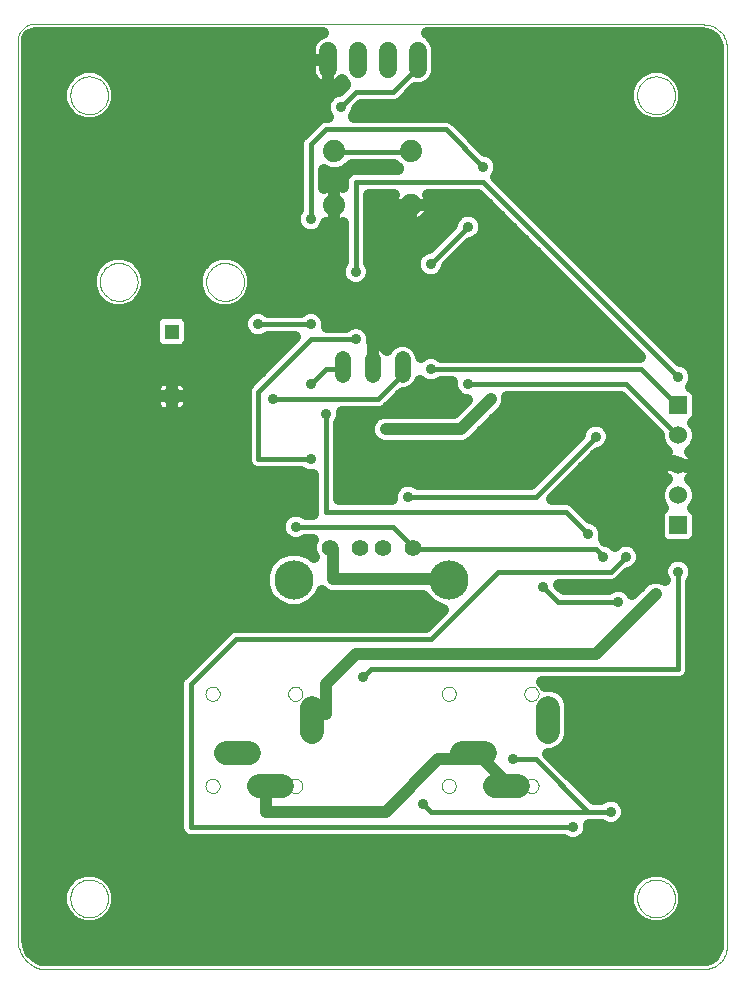
<source format=gbl>
G75*
G70*
%OFA0B0*%
%FSLAX24Y24*%
%IPPOS*%
%LPD*%
%AMOC8*
5,1,8,0,0,1.08239X$1,22.5*
%
%ADD10C,0.0000*%
%ADD11C,0.0787*%
%ADD12C,0.1306*%
%ADD13C,0.0554*%
%ADD14C,0.0520*%
%ADD15R,0.0600X0.0600*%
%ADD16C,0.0600*%
%ADD17R,0.0515X0.0515*%
%ADD18C,0.0740*%
%ADD19C,0.0600*%
%ADD20C,0.0150*%
%ADD21C,0.0360*%
%ADD22C,0.0400*%
D10*
X015719Y008027D02*
X015719Y037948D01*
X015736Y037993D01*
X015757Y038038D01*
X015781Y038080D01*
X015809Y038120D01*
X015839Y038159D01*
X015873Y038194D01*
X015909Y038227D01*
X015947Y038257D01*
X015988Y038284D01*
X016031Y038307D01*
X016075Y038327D01*
X016121Y038344D01*
X016168Y038357D01*
X016216Y038366D01*
X016265Y038371D01*
X016314Y038373D01*
X016363Y038371D01*
X016411Y038365D01*
X016459Y038355D01*
X016506Y038341D01*
X016506Y038342D02*
X038553Y038342D01*
X038553Y038341D02*
X038607Y038339D01*
X038660Y038334D01*
X038713Y038325D01*
X038765Y038312D01*
X038817Y038296D01*
X038867Y038276D01*
X038915Y038253D01*
X038962Y038226D01*
X039007Y038197D01*
X039050Y038164D01*
X039090Y038129D01*
X039128Y038091D01*
X039163Y038051D01*
X039196Y038008D01*
X039225Y037963D01*
X039252Y037916D01*
X039275Y037868D01*
X039295Y037818D01*
X039311Y037766D01*
X039324Y037714D01*
X039333Y037661D01*
X039338Y037608D01*
X039340Y037554D01*
X039341Y037554D02*
X039341Y007633D01*
X039340Y007633D02*
X039338Y007579D01*
X039333Y007526D01*
X039324Y007473D01*
X039311Y007421D01*
X039295Y007369D01*
X039275Y007319D01*
X039252Y007271D01*
X039225Y007224D01*
X039196Y007179D01*
X039163Y007136D01*
X039128Y007096D01*
X039090Y007058D01*
X039050Y007023D01*
X039007Y006990D01*
X038962Y006961D01*
X038915Y006934D01*
X038867Y006911D01*
X038817Y006891D01*
X038765Y006875D01*
X038713Y006862D01*
X038660Y006853D01*
X038607Y006848D01*
X038553Y006846D01*
X016506Y006846D01*
X016506Y006845D02*
X016447Y006859D01*
X016389Y006876D01*
X016332Y006897D01*
X016276Y006921D01*
X016222Y006949D01*
X016170Y006979D01*
X016119Y007013D01*
X016071Y007050D01*
X016025Y007089D01*
X015982Y007132D01*
X015941Y007176D01*
X015903Y007224D01*
X015868Y007273D01*
X015836Y007325D01*
X015807Y007378D01*
X015781Y007433D01*
X015759Y007489D01*
X015740Y007547D01*
X015724Y007606D01*
X015713Y007665D01*
X015704Y007725D01*
X015700Y007786D01*
X015699Y007846D01*
X015702Y007907D01*
X015708Y007967D01*
X015718Y008027D01*
X017451Y009208D02*
X017453Y009258D01*
X017459Y009308D01*
X017469Y009357D01*
X017483Y009405D01*
X017500Y009452D01*
X017521Y009497D01*
X017546Y009541D01*
X017574Y009582D01*
X017606Y009621D01*
X017640Y009658D01*
X017677Y009692D01*
X017717Y009722D01*
X017759Y009749D01*
X017803Y009773D01*
X017849Y009794D01*
X017896Y009810D01*
X017944Y009823D01*
X017994Y009832D01*
X018043Y009837D01*
X018094Y009838D01*
X018144Y009835D01*
X018193Y009828D01*
X018242Y009817D01*
X018290Y009802D01*
X018336Y009784D01*
X018381Y009762D01*
X018424Y009736D01*
X018465Y009707D01*
X018504Y009675D01*
X018540Y009640D01*
X018572Y009602D01*
X018602Y009562D01*
X018629Y009519D01*
X018652Y009475D01*
X018671Y009429D01*
X018687Y009381D01*
X018699Y009332D01*
X018707Y009283D01*
X018711Y009233D01*
X018711Y009183D01*
X018707Y009133D01*
X018699Y009084D01*
X018687Y009035D01*
X018671Y008987D01*
X018652Y008941D01*
X018629Y008897D01*
X018602Y008854D01*
X018572Y008814D01*
X018540Y008776D01*
X018504Y008741D01*
X018465Y008709D01*
X018424Y008680D01*
X018381Y008654D01*
X018336Y008632D01*
X018290Y008614D01*
X018242Y008599D01*
X018193Y008588D01*
X018144Y008581D01*
X018094Y008578D01*
X018043Y008579D01*
X017994Y008584D01*
X017944Y008593D01*
X017896Y008606D01*
X017849Y008622D01*
X017803Y008643D01*
X017759Y008667D01*
X017717Y008694D01*
X017677Y008724D01*
X017640Y008758D01*
X017606Y008795D01*
X017574Y008834D01*
X017546Y008875D01*
X017521Y008919D01*
X017500Y008964D01*
X017483Y009011D01*
X017469Y009059D01*
X017459Y009108D01*
X017453Y009158D01*
X017451Y009208D01*
X021957Y012960D02*
X021959Y012990D01*
X021965Y013020D01*
X021974Y013049D01*
X021987Y013076D01*
X022004Y013101D01*
X022023Y013124D01*
X022046Y013145D01*
X022071Y013162D01*
X022097Y013176D01*
X022126Y013186D01*
X022155Y013193D01*
X022185Y013196D01*
X022216Y013195D01*
X022246Y013190D01*
X022275Y013181D01*
X022302Y013169D01*
X022328Y013154D01*
X022352Y013135D01*
X022373Y013113D01*
X022391Y013089D01*
X022406Y013062D01*
X022417Y013034D01*
X022425Y013005D01*
X022429Y012975D01*
X022429Y012945D01*
X022425Y012915D01*
X022417Y012886D01*
X022406Y012858D01*
X022391Y012831D01*
X022373Y012807D01*
X022352Y012785D01*
X022328Y012766D01*
X022302Y012751D01*
X022275Y012739D01*
X022246Y012730D01*
X022216Y012725D01*
X022185Y012724D01*
X022155Y012727D01*
X022126Y012734D01*
X022097Y012744D01*
X022071Y012758D01*
X022046Y012775D01*
X022023Y012796D01*
X022004Y012819D01*
X021987Y012844D01*
X021974Y012871D01*
X021965Y012900D01*
X021959Y012930D01*
X021957Y012960D01*
X024713Y012960D02*
X024715Y012990D01*
X024721Y013020D01*
X024730Y013049D01*
X024743Y013076D01*
X024760Y013101D01*
X024779Y013124D01*
X024802Y013145D01*
X024827Y013162D01*
X024853Y013176D01*
X024882Y013186D01*
X024911Y013193D01*
X024941Y013196D01*
X024972Y013195D01*
X025002Y013190D01*
X025031Y013181D01*
X025058Y013169D01*
X025084Y013154D01*
X025108Y013135D01*
X025129Y013113D01*
X025147Y013089D01*
X025162Y013062D01*
X025173Y013034D01*
X025181Y013005D01*
X025185Y012975D01*
X025185Y012945D01*
X025181Y012915D01*
X025173Y012886D01*
X025162Y012858D01*
X025147Y012831D01*
X025129Y012807D01*
X025108Y012785D01*
X025084Y012766D01*
X025058Y012751D01*
X025031Y012739D01*
X025002Y012730D01*
X024972Y012725D01*
X024941Y012724D01*
X024911Y012727D01*
X024882Y012734D01*
X024853Y012744D01*
X024827Y012758D01*
X024802Y012775D01*
X024779Y012796D01*
X024760Y012819D01*
X024743Y012844D01*
X024730Y012871D01*
X024721Y012900D01*
X024715Y012930D01*
X024713Y012960D01*
X024713Y016031D02*
X024715Y016061D01*
X024721Y016091D01*
X024730Y016120D01*
X024743Y016147D01*
X024760Y016172D01*
X024779Y016195D01*
X024802Y016216D01*
X024827Y016233D01*
X024853Y016247D01*
X024882Y016257D01*
X024911Y016264D01*
X024941Y016267D01*
X024972Y016266D01*
X025002Y016261D01*
X025031Y016252D01*
X025058Y016240D01*
X025084Y016225D01*
X025108Y016206D01*
X025129Y016184D01*
X025147Y016160D01*
X025162Y016133D01*
X025173Y016105D01*
X025181Y016076D01*
X025185Y016046D01*
X025185Y016016D01*
X025181Y015986D01*
X025173Y015957D01*
X025162Y015929D01*
X025147Y015902D01*
X025129Y015878D01*
X025108Y015856D01*
X025084Y015837D01*
X025058Y015822D01*
X025031Y015810D01*
X025002Y015801D01*
X024972Y015796D01*
X024941Y015795D01*
X024911Y015798D01*
X024882Y015805D01*
X024853Y015815D01*
X024827Y015829D01*
X024802Y015846D01*
X024779Y015867D01*
X024760Y015890D01*
X024743Y015915D01*
X024730Y015942D01*
X024721Y015971D01*
X024715Y016001D01*
X024713Y016031D01*
X021957Y016031D02*
X021959Y016061D01*
X021965Y016091D01*
X021974Y016120D01*
X021987Y016147D01*
X022004Y016172D01*
X022023Y016195D01*
X022046Y016216D01*
X022071Y016233D01*
X022097Y016247D01*
X022126Y016257D01*
X022155Y016264D01*
X022185Y016267D01*
X022216Y016266D01*
X022246Y016261D01*
X022275Y016252D01*
X022302Y016240D01*
X022328Y016225D01*
X022352Y016206D01*
X022373Y016184D01*
X022391Y016160D01*
X022406Y016133D01*
X022417Y016105D01*
X022425Y016076D01*
X022429Y016046D01*
X022429Y016016D01*
X022425Y015986D01*
X022417Y015957D01*
X022406Y015929D01*
X022391Y015902D01*
X022373Y015878D01*
X022352Y015856D01*
X022328Y015837D01*
X022302Y015822D01*
X022275Y015810D01*
X022246Y015801D01*
X022216Y015796D01*
X022185Y015795D01*
X022155Y015798D01*
X022126Y015805D01*
X022097Y015815D01*
X022071Y015829D01*
X022046Y015846D01*
X022023Y015867D01*
X022004Y015890D01*
X021987Y015915D01*
X021974Y015942D01*
X021965Y015971D01*
X021959Y016001D01*
X021957Y016031D01*
X029831Y016031D02*
X029833Y016061D01*
X029839Y016091D01*
X029848Y016120D01*
X029861Y016147D01*
X029878Y016172D01*
X029897Y016195D01*
X029920Y016216D01*
X029945Y016233D01*
X029971Y016247D01*
X030000Y016257D01*
X030029Y016264D01*
X030059Y016267D01*
X030090Y016266D01*
X030120Y016261D01*
X030149Y016252D01*
X030176Y016240D01*
X030202Y016225D01*
X030226Y016206D01*
X030247Y016184D01*
X030265Y016160D01*
X030280Y016133D01*
X030291Y016105D01*
X030299Y016076D01*
X030303Y016046D01*
X030303Y016016D01*
X030299Y015986D01*
X030291Y015957D01*
X030280Y015929D01*
X030265Y015902D01*
X030247Y015878D01*
X030226Y015856D01*
X030202Y015837D01*
X030176Y015822D01*
X030149Y015810D01*
X030120Y015801D01*
X030090Y015796D01*
X030059Y015795D01*
X030029Y015798D01*
X030000Y015805D01*
X029971Y015815D01*
X029945Y015829D01*
X029920Y015846D01*
X029897Y015867D01*
X029878Y015890D01*
X029861Y015915D01*
X029848Y015942D01*
X029839Y015971D01*
X029833Y016001D01*
X029831Y016031D01*
X032587Y016031D02*
X032589Y016061D01*
X032595Y016091D01*
X032604Y016120D01*
X032617Y016147D01*
X032634Y016172D01*
X032653Y016195D01*
X032676Y016216D01*
X032701Y016233D01*
X032727Y016247D01*
X032756Y016257D01*
X032785Y016264D01*
X032815Y016267D01*
X032846Y016266D01*
X032876Y016261D01*
X032905Y016252D01*
X032932Y016240D01*
X032958Y016225D01*
X032982Y016206D01*
X033003Y016184D01*
X033021Y016160D01*
X033036Y016133D01*
X033047Y016105D01*
X033055Y016076D01*
X033059Y016046D01*
X033059Y016016D01*
X033055Y015986D01*
X033047Y015957D01*
X033036Y015929D01*
X033021Y015902D01*
X033003Y015878D01*
X032982Y015856D01*
X032958Y015837D01*
X032932Y015822D01*
X032905Y015810D01*
X032876Y015801D01*
X032846Y015796D01*
X032815Y015795D01*
X032785Y015798D01*
X032756Y015805D01*
X032727Y015815D01*
X032701Y015829D01*
X032676Y015846D01*
X032653Y015867D01*
X032634Y015890D01*
X032617Y015915D01*
X032604Y015942D01*
X032595Y015971D01*
X032589Y016001D01*
X032587Y016031D01*
X032587Y012960D02*
X032589Y012990D01*
X032595Y013020D01*
X032604Y013049D01*
X032617Y013076D01*
X032634Y013101D01*
X032653Y013124D01*
X032676Y013145D01*
X032701Y013162D01*
X032727Y013176D01*
X032756Y013186D01*
X032785Y013193D01*
X032815Y013196D01*
X032846Y013195D01*
X032876Y013190D01*
X032905Y013181D01*
X032932Y013169D01*
X032958Y013154D01*
X032982Y013135D01*
X033003Y013113D01*
X033021Y013089D01*
X033036Y013062D01*
X033047Y013034D01*
X033055Y013005D01*
X033059Y012975D01*
X033059Y012945D01*
X033055Y012915D01*
X033047Y012886D01*
X033036Y012858D01*
X033021Y012831D01*
X033003Y012807D01*
X032982Y012785D01*
X032958Y012766D01*
X032932Y012751D01*
X032905Y012739D01*
X032876Y012730D01*
X032846Y012725D01*
X032815Y012724D01*
X032785Y012727D01*
X032756Y012734D01*
X032727Y012744D01*
X032701Y012758D01*
X032676Y012775D01*
X032653Y012796D01*
X032634Y012819D01*
X032617Y012844D01*
X032604Y012871D01*
X032595Y012900D01*
X032589Y012930D01*
X032587Y012960D01*
X029831Y012960D02*
X029833Y012990D01*
X029839Y013020D01*
X029848Y013049D01*
X029861Y013076D01*
X029878Y013101D01*
X029897Y013124D01*
X029920Y013145D01*
X029945Y013162D01*
X029971Y013176D01*
X030000Y013186D01*
X030029Y013193D01*
X030059Y013196D01*
X030090Y013195D01*
X030120Y013190D01*
X030149Y013181D01*
X030176Y013169D01*
X030202Y013154D01*
X030226Y013135D01*
X030247Y013113D01*
X030265Y013089D01*
X030280Y013062D01*
X030291Y013034D01*
X030299Y013005D01*
X030303Y012975D01*
X030303Y012945D01*
X030299Y012915D01*
X030291Y012886D01*
X030280Y012858D01*
X030265Y012831D01*
X030247Y012807D01*
X030226Y012785D01*
X030202Y012766D01*
X030176Y012751D01*
X030149Y012739D01*
X030120Y012730D01*
X030090Y012725D01*
X030059Y012724D01*
X030029Y012727D01*
X030000Y012734D01*
X029971Y012744D01*
X029945Y012758D01*
X029920Y012775D01*
X029897Y012796D01*
X029878Y012819D01*
X029861Y012844D01*
X029848Y012871D01*
X029839Y012900D01*
X029833Y012930D01*
X029831Y012960D01*
X036349Y009208D02*
X036351Y009258D01*
X036357Y009308D01*
X036367Y009357D01*
X036381Y009405D01*
X036398Y009452D01*
X036419Y009497D01*
X036444Y009541D01*
X036472Y009582D01*
X036504Y009621D01*
X036538Y009658D01*
X036575Y009692D01*
X036615Y009722D01*
X036657Y009749D01*
X036701Y009773D01*
X036747Y009794D01*
X036794Y009810D01*
X036842Y009823D01*
X036892Y009832D01*
X036941Y009837D01*
X036992Y009838D01*
X037042Y009835D01*
X037091Y009828D01*
X037140Y009817D01*
X037188Y009802D01*
X037234Y009784D01*
X037279Y009762D01*
X037322Y009736D01*
X037363Y009707D01*
X037402Y009675D01*
X037438Y009640D01*
X037470Y009602D01*
X037500Y009562D01*
X037527Y009519D01*
X037550Y009475D01*
X037569Y009429D01*
X037585Y009381D01*
X037597Y009332D01*
X037605Y009283D01*
X037609Y009233D01*
X037609Y009183D01*
X037605Y009133D01*
X037597Y009084D01*
X037585Y009035D01*
X037569Y008987D01*
X037550Y008941D01*
X037527Y008897D01*
X037500Y008854D01*
X037470Y008814D01*
X037438Y008776D01*
X037402Y008741D01*
X037363Y008709D01*
X037322Y008680D01*
X037279Y008654D01*
X037234Y008632D01*
X037188Y008614D01*
X037140Y008599D01*
X037091Y008588D01*
X037042Y008581D01*
X036992Y008578D01*
X036941Y008579D01*
X036892Y008584D01*
X036842Y008593D01*
X036794Y008606D01*
X036747Y008622D01*
X036701Y008643D01*
X036657Y008667D01*
X036615Y008694D01*
X036575Y008724D01*
X036538Y008758D01*
X036504Y008795D01*
X036472Y008834D01*
X036444Y008875D01*
X036419Y008919D01*
X036398Y008964D01*
X036381Y009011D01*
X036367Y009059D01*
X036357Y009108D01*
X036351Y009158D01*
X036349Y009208D01*
X021979Y029759D02*
X021981Y029809D01*
X021987Y029859D01*
X021997Y029908D01*
X022011Y029956D01*
X022028Y030003D01*
X022049Y030048D01*
X022074Y030092D01*
X022102Y030133D01*
X022134Y030172D01*
X022168Y030209D01*
X022205Y030243D01*
X022245Y030273D01*
X022287Y030300D01*
X022331Y030324D01*
X022377Y030345D01*
X022424Y030361D01*
X022472Y030374D01*
X022522Y030383D01*
X022571Y030388D01*
X022622Y030389D01*
X022672Y030386D01*
X022721Y030379D01*
X022770Y030368D01*
X022818Y030353D01*
X022864Y030335D01*
X022909Y030313D01*
X022952Y030287D01*
X022993Y030258D01*
X023032Y030226D01*
X023068Y030191D01*
X023100Y030153D01*
X023130Y030113D01*
X023157Y030070D01*
X023180Y030026D01*
X023199Y029980D01*
X023215Y029932D01*
X023227Y029883D01*
X023235Y029834D01*
X023239Y029784D01*
X023239Y029734D01*
X023235Y029684D01*
X023227Y029635D01*
X023215Y029586D01*
X023199Y029538D01*
X023180Y029492D01*
X023157Y029448D01*
X023130Y029405D01*
X023100Y029365D01*
X023068Y029327D01*
X023032Y029292D01*
X022993Y029260D01*
X022952Y029231D01*
X022909Y029205D01*
X022864Y029183D01*
X022818Y029165D01*
X022770Y029150D01*
X022721Y029139D01*
X022672Y029132D01*
X022622Y029129D01*
X022571Y029130D01*
X022522Y029135D01*
X022472Y029144D01*
X022424Y029157D01*
X022377Y029173D01*
X022331Y029194D01*
X022287Y029218D01*
X022245Y029245D01*
X022205Y029275D01*
X022168Y029309D01*
X022134Y029346D01*
X022102Y029385D01*
X022074Y029426D01*
X022049Y029470D01*
X022028Y029515D01*
X022011Y029562D01*
X021997Y029610D01*
X021987Y029659D01*
X021981Y029709D01*
X021979Y029759D01*
X018435Y029759D02*
X018437Y029809D01*
X018443Y029859D01*
X018453Y029908D01*
X018467Y029956D01*
X018484Y030003D01*
X018505Y030048D01*
X018530Y030092D01*
X018558Y030133D01*
X018590Y030172D01*
X018624Y030209D01*
X018661Y030243D01*
X018701Y030273D01*
X018743Y030300D01*
X018787Y030324D01*
X018833Y030345D01*
X018880Y030361D01*
X018928Y030374D01*
X018978Y030383D01*
X019027Y030388D01*
X019078Y030389D01*
X019128Y030386D01*
X019177Y030379D01*
X019226Y030368D01*
X019274Y030353D01*
X019320Y030335D01*
X019365Y030313D01*
X019408Y030287D01*
X019449Y030258D01*
X019488Y030226D01*
X019524Y030191D01*
X019556Y030153D01*
X019586Y030113D01*
X019613Y030070D01*
X019636Y030026D01*
X019655Y029980D01*
X019671Y029932D01*
X019683Y029883D01*
X019691Y029834D01*
X019695Y029784D01*
X019695Y029734D01*
X019691Y029684D01*
X019683Y029635D01*
X019671Y029586D01*
X019655Y029538D01*
X019636Y029492D01*
X019613Y029448D01*
X019586Y029405D01*
X019556Y029365D01*
X019524Y029327D01*
X019488Y029292D01*
X019449Y029260D01*
X019408Y029231D01*
X019365Y029205D01*
X019320Y029183D01*
X019274Y029165D01*
X019226Y029150D01*
X019177Y029139D01*
X019128Y029132D01*
X019078Y029129D01*
X019027Y029130D01*
X018978Y029135D01*
X018928Y029144D01*
X018880Y029157D01*
X018833Y029173D01*
X018787Y029194D01*
X018743Y029218D01*
X018701Y029245D01*
X018661Y029275D01*
X018624Y029309D01*
X018590Y029346D01*
X018558Y029385D01*
X018530Y029426D01*
X018505Y029470D01*
X018484Y029515D01*
X018467Y029562D01*
X018453Y029610D01*
X018443Y029659D01*
X018437Y029709D01*
X018435Y029759D01*
X017451Y035979D02*
X017453Y036029D01*
X017459Y036079D01*
X017469Y036128D01*
X017483Y036176D01*
X017500Y036223D01*
X017521Y036268D01*
X017546Y036312D01*
X017574Y036353D01*
X017606Y036392D01*
X017640Y036429D01*
X017677Y036463D01*
X017717Y036493D01*
X017759Y036520D01*
X017803Y036544D01*
X017849Y036565D01*
X017896Y036581D01*
X017944Y036594D01*
X017994Y036603D01*
X018043Y036608D01*
X018094Y036609D01*
X018144Y036606D01*
X018193Y036599D01*
X018242Y036588D01*
X018290Y036573D01*
X018336Y036555D01*
X018381Y036533D01*
X018424Y036507D01*
X018465Y036478D01*
X018504Y036446D01*
X018540Y036411D01*
X018572Y036373D01*
X018602Y036333D01*
X018629Y036290D01*
X018652Y036246D01*
X018671Y036200D01*
X018687Y036152D01*
X018699Y036103D01*
X018707Y036054D01*
X018711Y036004D01*
X018711Y035954D01*
X018707Y035904D01*
X018699Y035855D01*
X018687Y035806D01*
X018671Y035758D01*
X018652Y035712D01*
X018629Y035668D01*
X018602Y035625D01*
X018572Y035585D01*
X018540Y035547D01*
X018504Y035512D01*
X018465Y035480D01*
X018424Y035451D01*
X018381Y035425D01*
X018336Y035403D01*
X018290Y035385D01*
X018242Y035370D01*
X018193Y035359D01*
X018144Y035352D01*
X018094Y035349D01*
X018043Y035350D01*
X017994Y035355D01*
X017944Y035364D01*
X017896Y035377D01*
X017849Y035393D01*
X017803Y035414D01*
X017759Y035438D01*
X017717Y035465D01*
X017677Y035495D01*
X017640Y035529D01*
X017606Y035566D01*
X017574Y035605D01*
X017546Y035646D01*
X017521Y035690D01*
X017500Y035735D01*
X017483Y035782D01*
X017469Y035830D01*
X017459Y035879D01*
X017453Y035929D01*
X017451Y035979D01*
X036349Y035979D02*
X036351Y036029D01*
X036357Y036079D01*
X036367Y036128D01*
X036381Y036176D01*
X036398Y036223D01*
X036419Y036268D01*
X036444Y036312D01*
X036472Y036353D01*
X036504Y036392D01*
X036538Y036429D01*
X036575Y036463D01*
X036615Y036493D01*
X036657Y036520D01*
X036701Y036544D01*
X036747Y036565D01*
X036794Y036581D01*
X036842Y036594D01*
X036892Y036603D01*
X036941Y036608D01*
X036992Y036609D01*
X037042Y036606D01*
X037091Y036599D01*
X037140Y036588D01*
X037188Y036573D01*
X037234Y036555D01*
X037279Y036533D01*
X037322Y036507D01*
X037363Y036478D01*
X037402Y036446D01*
X037438Y036411D01*
X037470Y036373D01*
X037500Y036333D01*
X037527Y036290D01*
X037550Y036246D01*
X037569Y036200D01*
X037585Y036152D01*
X037597Y036103D01*
X037605Y036054D01*
X037609Y036004D01*
X037609Y035954D01*
X037605Y035904D01*
X037597Y035855D01*
X037585Y035806D01*
X037569Y035758D01*
X037550Y035712D01*
X037527Y035668D01*
X037500Y035625D01*
X037470Y035585D01*
X037438Y035547D01*
X037402Y035512D01*
X037363Y035480D01*
X037322Y035451D01*
X037279Y035425D01*
X037234Y035403D01*
X037188Y035385D01*
X037140Y035370D01*
X037091Y035359D01*
X037042Y035352D01*
X036992Y035349D01*
X036941Y035350D01*
X036892Y035355D01*
X036842Y035364D01*
X036794Y035377D01*
X036747Y035393D01*
X036701Y035414D01*
X036657Y035438D01*
X036615Y035465D01*
X036575Y035495D01*
X036538Y035529D01*
X036504Y035566D01*
X036472Y035605D01*
X036444Y035646D01*
X036419Y035690D01*
X036398Y035735D01*
X036381Y035782D01*
X036367Y035830D01*
X036357Y035879D01*
X036351Y035929D01*
X036349Y035979D01*
D11*
X033374Y015558D02*
X033374Y014771D01*
X032390Y012960D02*
X031603Y012960D01*
X031288Y014062D02*
X030500Y014062D01*
X025500Y014771D02*
X025500Y015558D01*
X023414Y014062D02*
X022626Y014062D01*
X023729Y012960D02*
X024516Y012960D01*
D12*
X024904Y019834D03*
X030077Y019834D03*
D13*
X028868Y020901D03*
X027884Y020901D03*
X027097Y020901D03*
X026112Y020901D03*
D14*
X026530Y026664D02*
X026530Y027184D01*
X027530Y027184D02*
X027530Y026664D01*
X028530Y026664D02*
X028530Y027184D01*
D15*
X037715Y025641D03*
X037715Y021641D03*
D16*
X037715Y022641D03*
X037715Y023641D03*
X037715Y024641D03*
D17*
X020837Y025940D03*
X020837Y028105D03*
D18*
X026250Y032333D03*
X026250Y034113D03*
X028810Y034113D03*
X028810Y032333D03*
D19*
X029030Y036860D02*
X029030Y037460D01*
X028030Y037460D02*
X028030Y036860D01*
X027030Y036860D02*
X027030Y037460D01*
X026030Y037460D02*
X026030Y036860D01*
D20*
X026969Y036096D02*
X028219Y036096D01*
X029219Y037096D01*
X029030Y037160D01*
X026969Y036096D02*
X026469Y035596D01*
X025969Y034846D02*
X025469Y034346D01*
X025469Y031846D01*
X026969Y033096D02*
X026969Y030096D01*
X025469Y028346D02*
X023719Y028346D01*
X025469Y027846D02*
X023719Y026096D01*
X023719Y023846D01*
X025469Y023846D01*
X025969Y025346D02*
X025969Y022096D01*
X033969Y022096D01*
X034719Y021346D01*
X034969Y020846D02*
X028969Y020846D01*
X028868Y020901D01*
X028719Y021096D01*
X028219Y021596D01*
X024969Y021596D01*
X028719Y022596D02*
X032969Y022596D01*
X034969Y024596D01*
X035969Y026346D02*
X037469Y024846D01*
X037715Y024641D01*
X037715Y025641D02*
X037469Y025846D01*
X036469Y026846D01*
X029469Y026846D01*
X028719Y026846D02*
X028530Y026924D01*
X028719Y026846D02*
X027719Y025846D01*
X024219Y025846D01*
X025469Y026346D02*
X025969Y026846D01*
X026469Y026846D01*
X026530Y026924D01*
X026969Y027846D02*
X025469Y027846D01*
X029469Y030346D02*
X030719Y031596D01*
X031219Y033096D02*
X037719Y026596D01*
X035969Y026346D02*
X030719Y026346D01*
X034969Y020846D02*
X035219Y020596D01*
X035469Y020096D02*
X031719Y020096D01*
X029469Y017846D01*
X022969Y017846D01*
X021469Y016346D01*
X021469Y011596D01*
X034219Y011596D01*
X034719Y012096D02*
X032969Y013846D01*
X032219Y013846D01*
X034719Y012096D02*
X029469Y012096D01*
X029219Y012346D01*
X027219Y016596D02*
X027469Y016846D01*
X037719Y016846D01*
X037719Y020096D01*
X035969Y020596D02*
X035469Y020096D01*
X035719Y019096D02*
X033719Y019096D01*
X033219Y019596D01*
X034719Y012096D02*
X035469Y012096D01*
X031219Y033096D02*
X026969Y033096D01*
X026469Y034096D02*
X026250Y034113D01*
X026469Y034096D02*
X028719Y034096D01*
X028810Y034113D01*
X029969Y034846D02*
X025969Y034846D01*
X029969Y034846D02*
X031219Y033596D01*
D21*
X031219Y033596D03*
X030719Y031596D03*
X029469Y030346D03*
X028711Y030074D03*
X026969Y030096D03*
X025469Y031846D03*
X025469Y028346D03*
X026969Y027846D03*
X025469Y026346D03*
X025969Y025346D03*
X025469Y023846D03*
X024969Y021596D03*
X027969Y024846D03*
X029469Y026846D03*
X030719Y026346D03*
X031469Y025846D03*
X028719Y022596D03*
X033219Y019596D03*
X034719Y021346D03*
X035219Y020596D03*
X035969Y020596D03*
X036969Y019346D03*
X037719Y020096D03*
X035719Y019096D03*
X033719Y017346D03*
X035798Y013932D03*
X035469Y012096D03*
X034219Y011596D03*
X032219Y013846D03*
X029219Y012346D03*
X027219Y016596D03*
X034223Y022594D03*
X034969Y024596D03*
X037719Y026596D03*
X026469Y035596D03*
X023719Y028346D03*
X024219Y025846D03*
D22*
X023294Y025974D02*
X021394Y025974D01*
X021394Y025940D02*
X021394Y026227D01*
X021383Y026285D01*
X021360Y026340D01*
X021327Y026389D01*
X021286Y026431D01*
X021236Y026463D01*
X021182Y026486D01*
X021124Y026498D01*
X020837Y026498D01*
X020837Y025940D01*
X020837Y025940D01*
X021394Y025940D01*
X021394Y025653D01*
X021383Y025595D01*
X021360Y025540D01*
X021327Y025491D01*
X021286Y025450D01*
X021236Y025417D01*
X021182Y025394D01*
X021124Y025383D01*
X020837Y025383D01*
X020837Y025940D01*
X021394Y025940D01*
X021375Y025575D02*
X023294Y025575D01*
X023294Y025177D02*
X016019Y025177D01*
X016019Y025575D02*
X020299Y025575D01*
X020291Y025595D02*
X020314Y025540D01*
X020346Y025491D01*
X020388Y025450D01*
X020437Y025417D01*
X020492Y025394D01*
X020550Y025383D01*
X020837Y025383D01*
X020837Y025940D01*
X020837Y025940D01*
X020837Y025940D01*
X020837Y026498D01*
X020550Y026498D01*
X020492Y026486D01*
X020437Y026463D01*
X020388Y026431D01*
X020346Y026389D01*
X020314Y026340D01*
X020291Y026285D01*
X020279Y026227D01*
X020279Y025940D01*
X020279Y025653D01*
X020291Y025595D01*
X020279Y025940D02*
X020837Y025940D01*
X020837Y025940D01*
X020279Y025940D01*
X020279Y025974D02*
X016019Y025974D01*
X016019Y026372D02*
X020335Y026372D01*
X020837Y026372D02*
X020837Y026372D01*
X020837Y025974D02*
X020837Y025974D01*
X020837Y025575D02*
X020837Y025575D01*
X021339Y026372D02*
X023394Y026372D01*
X023358Y026336D02*
X023294Y026180D01*
X023294Y023761D01*
X023358Y023605D01*
X023478Y023485D01*
X023634Y023421D01*
X025144Y023421D01*
X025169Y023396D01*
X025363Y023316D01*
X025544Y023316D01*
X025544Y022021D01*
X025293Y022021D01*
X025269Y022045D01*
X025074Y022126D01*
X024863Y022126D01*
X024669Y022045D01*
X024519Y021896D01*
X024439Y021701D01*
X024439Y021490D01*
X024519Y021295D01*
X024669Y021146D01*
X024863Y021066D01*
X025074Y021066D01*
X025269Y021146D01*
X025293Y021171D01*
X025545Y021171D01*
X025485Y021025D01*
X025485Y020776D01*
X025560Y020596D01*
X025472Y020684D01*
X025103Y020836D01*
X024704Y020836D01*
X024336Y020684D01*
X024054Y020402D01*
X023901Y020033D01*
X023901Y019634D01*
X024054Y019266D01*
X024336Y018984D01*
X024704Y018831D01*
X025103Y018831D01*
X025472Y018984D01*
X025754Y019266D01*
X025832Y019454D01*
X025907Y019379D01*
X026109Y019296D01*
X029215Y019296D01*
X029227Y019266D01*
X029509Y018984D01*
X029860Y018838D01*
X029293Y018271D01*
X022884Y018271D01*
X022728Y018206D01*
X021228Y016706D01*
X021108Y016586D01*
X021044Y016430D01*
X021044Y011511D01*
X021108Y011355D01*
X021228Y011235D01*
X021384Y011171D01*
X033894Y011171D01*
X033919Y011146D01*
X034113Y011066D01*
X034324Y011066D01*
X034519Y011146D01*
X034668Y011295D01*
X034749Y011490D01*
X034749Y011671D01*
X035144Y011671D01*
X035169Y011646D01*
X035363Y011566D01*
X035574Y011566D01*
X035769Y011646D01*
X035918Y011795D01*
X035999Y011990D01*
X035999Y012201D01*
X035918Y012396D01*
X035769Y012545D01*
X035574Y012626D01*
X035363Y012626D01*
X035169Y012545D01*
X035144Y012521D01*
X034895Y012521D01*
X033388Y014027D01*
X033522Y014027D01*
X033796Y014140D01*
X034005Y014349D01*
X034118Y014623D01*
X034118Y015706D01*
X034005Y015979D01*
X033796Y016189D01*
X033522Y016302D01*
X033291Y016302D01*
X033278Y016334D01*
X033191Y016421D01*
X037803Y016421D01*
X037960Y016485D01*
X038079Y016605D01*
X038144Y016761D01*
X038144Y019771D01*
X038168Y019795D01*
X038249Y019990D01*
X038249Y020201D01*
X038168Y020396D01*
X038019Y020545D01*
X037824Y020626D01*
X037613Y020626D01*
X037419Y020545D01*
X037269Y020396D01*
X037189Y020201D01*
X037189Y019990D01*
X037259Y019821D01*
X037078Y019896D01*
X036859Y019896D01*
X036657Y019812D01*
X036189Y019344D01*
X036168Y019396D01*
X036019Y019545D01*
X035824Y019626D01*
X035613Y019626D01*
X035419Y019545D01*
X035394Y019521D01*
X033895Y019521D01*
X033749Y019667D01*
X033749Y019671D01*
X035553Y019671D01*
X035710Y019735D01*
X035829Y019855D01*
X036040Y020066D01*
X036074Y020066D01*
X036269Y020146D01*
X036418Y020295D01*
X036499Y020490D01*
X036499Y020701D01*
X036418Y020896D01*
X036269Y021045D01*
X036074Y021126D01*
X035863Y021126D01*
X035669Y021045D01*
X035594Y020970D01*
X035519Y021045D01*
X035324Y021126D01*
X035290Y021126D01*
X035227Y021188D01*
X035249Y021240D01*
X035249Y021451D01*
X035168Y021646D01*
X035019Y021795D01*
X034824Y021876D01*
X034790Y021876D01*
X034210Y022456D01*
X034053Y022521D01*
X033495Y022521D01*
X035040Y024066D01*
X035074Y024066D01*
X035269Y024146D01*
X035418Y024295D01*
X035499Y024490D01*
X035499Y024701D01*
X035418Y024896D01*
X035269Y025045D01*
X035074Y025126D01*
X034863Y025126D01*
X034669Y025045D01*
X034519Y024896D01*
X034439Y024701D01*
X034439Y024667D01*
X032793Y023021D01*
X029043Y023021D01*
X029019Y023045D01*
X028824Y023126D01*
X028613Y023126D01*
X028419Y023045D01*
X028269Y022896D01*
X028189Y022701D01*
X028189Y022521D01*
X026394Y022521D01*
X026394Y025021D01*
X026418Y025045D01*
X026499Y025240D01*
X026499Y025421D01*
X027803Y025421D01*
X027960Y025485D01*
X028529Y026054D01*
X028651Y026054D01*
X028875Y026147D01*
X029047Y026319D01*
X029105Y026460D01*
X029169Y026396D01*
X029363Y026316D01*
X029574Y026316D01*
X029769Y026396D01*
X029793Y026421D01*
X030189Y026421D01*
X030189Y026240D01*
X030269Y026045D01*
X030419Y025896D01*
X030613Y025816D01*
X030661Y025816D01*
X030241Y025396D01*
X027859Y025396D01*
X027657Y025312D01*
X027502Y025157D01*
X027419Y024955D01*
X027419Y024736D01*
X027502Y024534D01*
X027657Y024379D01*
X027859Y024296D01*
X030578Y024296D01*
X030780Y024379D01*
X030935Y024534D01*
X031935Y025534D01*
X032019Y025736D01*
X032019Y025921D01*
X035793Y025921D01*
X037065Y024648D01*
X037065Y024512D01*
X037164Y024273D01*
X037332Y024104D01*
X037324Y024098D01*
X037257Y024032D01*
X037202Y023955D01*
X037159Y023871D01*
X037130Y023781D01*
X037115Y023688D01*
X037115Y023641D01*
X037715Y023641D01*
X038315Y023641D01*
X038315Y023688D01*
X038300Y023781D01*
X038271Y023871D01*
X038228Y023955D01*
X038172Y024032D01*
X038106Y024098D01*
X038098Y024104D01*
X038266Y024273D01*
X038365Y024512D01*
X038365Y024770D01*
X038266Y025009D01*
X038222Y025053D01*
X038312Y025143D01*
X038365Y025271D01*
X038365Y026010D01*
X038312Y026139D01*
X038213Y026238D01*
X038140Y026268D01*
X038168Y026295D01*
X038249Y026490D01*
X038249Y026701D01*
X038168Y026896D01*
X038019Y027045D01*
X037824Y027126D01*
X037790Y027126D01*
X031644Y033271D01*
X031668Y033295D01*
X031749Y033490D01*
X031749Y033701D01*
X031668Y033896D01*
X031519Y034045D01*
X031324Y034126D01*
X031290Y034126D01*
X030329Y035086D01*
X030210Y035206D01*
X030053Y035271D01*
X026893Y035271D01*
X026918Y035295D01*
X026999Y035490D01*
X026999Y035524D01*
X027145Y035671D01*
X028303Y035671D01*
X028460Y035735D01*
X028935Y036210D01*
X029159Y036210D01*
X029398Y036309D01*
X029581Y036492D01*
X029680Y036731D01*
X029680Y037590D01*
X029581Y037829D01*
X029398Y038012D01*
X029325Y038042D01*
X038553Y038042D01*
X038630Y038036D01*
X038775Y037988D01*
X038898Y037899D01*
X038988Y037775D01*
X039035Y037630D01*
X039041Y037554D01*
X039041Y007633D01*
X039035Y007557D01*
X038988Y007412D01*
X038898Y007288D01*
X038775Y007199D01*
X038630Y007152D01*
X038553Y007146D01*
X016544Y007146D01*
X016459Y007170D01*
X016267Y007278D01*
X016117Y007439D01*
X016025Y007639D01*
X016000Y007858D01*
X016010Y007947D01*
X016019Y007967D01*
X016019Y007997D01*
X016025Y008026D01*
X016019Y008056D01*
X016019Y037889D01*
X016023Y037900D01*
X016083Y037981D01*
X016165Y038039D01*
X016261Y038070D01*
X016362Y038069D01*
X016406Y038058D01*
X016446Y038042D01*
X016457Y038042D01*
X016468Y038038D01*
X016517Y038042D01*
X025877Y038042D01*
X025799Y038017D01*
X025715Y037974D01*
X025639Y037918D01*
X025572Y037851D01*
X025517Y037775D01*
X025474Y037691D01*
X025445Y037601D01*
X025430Y037508D01*
X025430Y037161D01*
X026030Y037161D01*
X026030Y037160D01*
X026030Y036260D01*
X026077Y036260D01*
X026170Y036275D01*
X026260Y036304D01*
X026344Y036347D01*
X026421Y036403D01*
X026487Y036470D01*
X026493Y036478D01*
X026622Y036349D01*
X026608Y036336D01*
X026398Y036126D01*
X026363Y036126D01*
X026169Y036045D01*
X026019Y035896D01*
X025939Y035701D01*
X025939Y035490D01*
X026019Y035295D01*
X026044Y035271D01*
X025884Y035271D01*
X025728Y035206D01*
X025228Y034706D01*
X025108Y034586D01*
X025044Y034430D01*
X025044Y032170D01*
X025019Y032146D01*
X024939Y031951D01*
X016019Y031951D01*
X016019Y031553D02*
X025016Y031553D01*
X025019Y031545D02*
X025169Y031396D01*
X025363Y031316D01*
X025574Y031316D01*
X025769Y031396D01*
X025918Y031545D01*
X025989Y031716D01*
X026034Y031698D01*
X026119Y031675D01*
X026206Y031663D01*
X026250Y031663D01*
X026294Y031663D01*
X026381Y031675D01*
X026466Y031698D01*
X026544Y031730D01*
X026544Y030420D01*
X026519Y030396D01*
X026439Y030201D01*
X026439Y029990D01*
X026519Y029795D01*
X026669Y029646D01*
X026863Y029566D01*
X027074Y029566D01*
X027269Y029646D01*
X027418Y029795D01*
X027499Y029990D01*
X027499Y030201D01*
X027418Y030396D01*
X027394Y030420D01*
X027394Y032671D01*
X028231Y032671D01*
X028208Y032630D01*
X028174Y032549D01*
X028151Y032464D01*
X028140Y032377D01*
X028140Y032333D01*
X028140Y032290D01*
X028151Y032203D01*
X028174Y032118D01*
X028208Y032037D01*
X028252Y031960D01*
X028305Y031891D01*
X028367Y031829D01*
X028437Y031775D01*
X028513Y031731D01*
X028594Y031698D01*
X028679Y031675D01*
X028766Y031663D01*
X028810Y031663D01*
X028854Y031663D01*
X028941Y031675D01*
X029026Y031698D01*
X029107Y031731D01*
X029183Y031775D01*
X029252Y031829D01*
X029315Y031891D01*
X029368Y031960D01*
X029412Y032037D01*
X029446Y032118D01*
X029468Y032203D01*
X029480Y032290D01*
X029480Y032333D01*
X028810Y032333D01*
X028810Y031663D01*
X028810Y032333D01*
X028810Y032333D01*
X028810Y032333D01*
X029480Y032333D01*
X029480Y032377D01*
X029468Y032464D01*
X029446Y032549D01*
X029412Y032630D01*
X029389Y032671D01*
X031043Y032671D01*
X036443Y027271D01*
X029793Y027271D01*
X029769Y027295D01*
X029574Y027376D01*
X029363Y027376D01*
X029169Y027295D01*
X029140Y027266D01*
X029140Y027306D01*
X029047Y027530D01*
X028875Y027701D01*
X028651Y027794D01*
X028408Y027794D01*
X028184Y027701D01*
X028013Y027530D01*
X027998Y027493D01*
X027957Y027549D01*
X027895Y027611D01*
X027823Y027663D01*
X027745Y027703D01*
X027661Y027730D01*
X027574Y027744D01*
X027530Y027744D01*
X027530Y026924D01*
X027530Y030074D01*
X028711Y030074D01*
X028939Y030240D02*
X029019Y030045D01*
X029169Y029896D01*
X029363Y029816D01*
X029574Y029816D01*
X029769Y029896D01*
X029918Y030045D01*
X029999Y030240D01*
X029999Y030274D01*
X030790Y031066D01*
X030824Y031066D01*
X031019Y031146D01*
X031168Y031295D01*
X031249Y031490D01*
X031249Y031701D01*
X031168Y031896D01*
X031019Y032045D01*
X030824Y032126D01*
X030613Y032126D01*
X030419Y032045D01*
X030269Y031896D01*
X030189Y031701D01*
X030189Y031667D01*
X029398Y030876D01*
X029363Y030876D01*
X029169Y030795D01*
X029019Y030646D01*
X028939Y030451D01*
X028939Y030240D01*
X028939Y030357D02*
X027434Y030357D01*
X027530Y030074D02*
X027530Y031053D01*
X028810Y032333D01*
X028140Y032333D01*
X028810Y032333D01*
X028810Y032333D01*
X028810Y031951D02*
X028810Y031951D01*
X028259Y031951D02*
X027394Y031951D01*
X027394Y031553D02*
X030075Y031553D01*
X030325Y031951D02*
X029361Y031951D01*
X029480Y032350D02*
X031364Y032350D01*
X031113Y031951D02*
X031762Y031951D01*
X032161Y031553D02*
X031249Y031553D01*
X031027Y031154D02*
X032559Y031154D01*
X032958Y030756D02*
X030480Y030756D01*
X030081Y030357D02*
X033356Y030357D01*
X033755Y029959D02*
X029831Y029959D01*
X029106Y029959D02*
X027486Y029959D01*
X027394Y030756D02*
X029129Y030756D01*
X029676Y031154D02*
X027394Y031154D01*
X026544Y031154D02*
X016019Y031154D01*
X016019Y030756D02*
X026544Y030756D01*
X026503Y030357D02*
X023326Y030357D01*
X023397Y030286D02*
X023135Y030547D01*
X022794Y030689D01*
X022424Y030689D01*
X022082Y030547D01*
X021820Y030286D01*
X021679Y029944D01*
X021679Y029574D01*
X021820Y029232D01*
X022082Y028971D01*
X022424Y028829D01*
X022794Y028829D01*
X023135Y028971D01*
X023397Y029232D01*
X023538Y029574D01*
X023538Y029944D01*
X023397Y030286D01*
X023532Y029959D02*
X026452Y029959D01*
X025769Y028795D02*
X025574Y028876D01*
X025363Y028876D01*
X025169Y028795D01*
X025144Y028771D01*
X024043Y028771D01*
X024019Y028795D01*
X023824Y028876D01*
X023613Y028876D01*
X023419Y028795D01*
X023269Y028646D01*
X023189Y028451D01*
X023189Y028240D01*
X023269Y028045D01*
X023419Y027896D01*
X023613Y027816D01*
X023824Y027816D01*
X024019Y027896D01*
X024043Y027921D01*
X024943Y027921D01*
X023478Y026456D01*
X023358Y026336D01*
X023793Y026771D02*
X016019Y026771D01*
X016019Y027169D02*
X024191Y027169D01*
X024590Y027568D02*
X021309Y027568D01*
X021293Y027551D02*
X021391Y027650D01*
X021444Y027778D01*
X021444Y028432D01*
X021391Y028561D01*
X021293Y028660D01*
X021164Y028713D01*
X020510Y028713D01*
X020381Y028660D01*
X020283Y028561D01*
X020229Y028432D01*
X020229Y027778D01*
X020283Y027650D01*
X020381Y027551D01*
X020510Y027498D01*
X021164Y027498D01*
X021293Y027551D01*
X021444Y027966D02*
X023349Y027966D01*
X023189Y028365D02*
X021444Y028365D01*
X021891Y029162D02*
X019783Y029162D01*
X019854Y029232D02*
X019995Y029574D01*
X019995Y029944D01*
X019854Y030286D01*
X019592Y030547D01*
X019250Y030689D01*
X018880Y030689D01*
X018538Y030547D01*
X018277Y030286D01*
X018135Y029944D01*
X018135Y029574D01*
X018277Y029232D01*
X018538Y028971D01*
X018880Y028829D01*
X019250Y028829D01*
X019592Y028971D01*
X019854Y029232D01*
X019989Y029560D02*
X021684Y029560D01*
X021685Y029959D02*
X019989Y029959D01*
X019782Y030357D02*
X021892Y030357D01*
X023533Y029560D02*
X034153Y029560D01*
X034552Y029162D02*
X023326Y029162D01*
X023387Y028763D02*
X016019Y028763D01*
X016019Y028365D02*
X020229Y028365D01*
X020229Y027966D02*
X016019Y027966D01*
X016019Y027568D02*
X020365Y027568D01*
X018347Y029162D02*
X016019Y029162D01*
X016019Y029560D02*
X018141Y029560D01*
X018141Y029959D02*
X016019Y029959D01*
X016019Y030357D02*
X018348Y030357D01*
X016019Y032350D02*
X025044Y032350D01*
X025044Y032748D02*
X016019Y032748D01*
X016019Y033147D02*
X025044Y033147D01*
X025044Y033545D02*
X016019Y033545D01*
X016019Y033944D02*
X025044Y033944D01*
X025044Y034342D02*
X016019Y034342D01*
X016019Y034741D02*
X025263Y034741D01*
X025661Y035139D02*
X018482Y035139D01*
X018608Y035191D02*
X018869Y035453D01*
X019011Y035794D01*
X019011Y036164D01*
X018869Y036506D01*
X018608Y036768D01*
X018266Y036909D01*
X017896Y036909D01*
X017554Y036768D01*
X017293Y036506D01*
X017151Y036164D01*
X017151Y035794D01*
X017293Y035453D01*
X017554Y035191D01*
X017896Y035049D01*
X018266Y035049D01*
X018608Y035191D01*
X018904Y035538D02*
X025939Y035538D01*
X026060Y035936D02*
X019011Y035936D01*
X018940Y036335D02*
X025740Y036335D01*
X025715Y036347D02*
X025799Y036304D01*
X025889Y036275D01*
X025983Y036260D01*
X026030Y036260D01*
X026030Y037160D01*
X026030Y037160D01*
X025430Y037160D01*
X025430Y036813D01*
X025445Y036720D01*
X025474Y036630D01*
X025517Y036546D01*
X025572Y036470D01*
X025639Y036403D01*
X025715Y036347D01*
X026030Y036335D02*
X026030Y036335D01*
X026319Y036335D02*
X026607Y036335D01*
X026030Y036733D02*
X026030Y036733D01*
X026030Y037132D02*
X026030Y037132D01*
X025430Y037132D02*
X016019Y037132D01*
X016019Y037530D02*
X025433Y037530D01*
X025653Y037929D02*
X016044Y037929D01*
X016019Y036733D02*
X017520Y036733D01*
X017222Y036335D02*
X016019Y036335D01*
X016019Y035936D02*
X017151Y035936D01*
X017257Y035538D02*
X016019Y035538D01*
X016019Y035139D02*
X017680Y035139D01*
X018642Y036733D02*
X025442Y036733D01*
X027012Y035538D02*
X036155Y035538D01*
X036190Y035453D02*
X036452Y035191D01*
X036794Y035049D01*
X037164Y035049D01*
X037505Y035191D01*
X037767Y035453D01*
X037909Y035794D01*
X037909Y036164D01*
X037767Y036506D01*
X037505Y036768D01*
X037164Y036909D01*
X036794Y036909D01*
X036452Y036768D01*
X036190Y036506D01*
X036049Y036164D01*
X036049Y035794D01*
X036190Y035453D01*
X036577Y035139D02*
X030276Y035139D01*
X030675Y034741D02*
X039041Y034741D01*
X039041Y035139D02*
X037380Y035139D01*
X037802Y035538D02*
X039041Y035538D01*
X039041Y035936D02*
X037909Y035936D01*
X037838Y036335D02*
X039041Y036335D01*
X039041Y036733D02*
X037540Y036733D01*
X036417Y036733D02*
X029680Y036733D01*
X029680Y037132D02*
X039041Y037132D01*
X039041Y037530D02*
X029680Y037530D01*
X029481Y037929D02*
X038857Y037929D01*
X036119Y036335D02*
X029423Y036335D01*
X028660Y035936D02*
X036049Y035936D01*
X039041Y034342D02*
X031073Y034342D01*
X031620Y033944D02*
X039041Y033944D01*
X039041Y033545D02*
X031749Y033545D01*
X031769Y033147D02*
X039041Y033147D01*
X039041Y032748D02*
X032167Y032748D01*
X032566Y032350D02*
X039041Y032350D01*
X039041Y031951D02*
X032964Y031951D01*
X033363Y031553D02*
X039041Y031553D01*
X039041Y031154D02*
X033761Y031154D01*
X034160Y030756D02*
X039041Y030756D01*
X039041Y030357D02*
X034558Y030357D01*
X034957Y029959D02*
X039041Y029959D01*
X039041Y029560D02*
X035355Y029560D01*
X035754Y029162D02*
X039041Y029162D01*
X039041Y028763D02*
X036152Y028763D01*
X036551Y028365D02*
X039041Y028365D01*
X039041Y027966D02*
X036949Y027966D01*
X037348Y027568D02*
X039041Y027568D01*
X039041Y027169D02*
X037746Y027169D01*
X038220Y026771D02*
X039041Y026771D01*
X039041Y026372D02*
X038200Y026372D01*
X038365Y025974D02*
X039041Y025974D01*
X039041Y025575D02*
X038365Y025575D01*
X038326Y025177D02*
X039041Y025177D01*
X039041Y024778D02*
X038362Y024778D01*
X038310Y024380D02*
X039041Y024380D01*
X039041Y023981D02*
X038209Y023981D01*
X038315Y023641D02*
X037715Y023641D01*
X037715Y023641D01*
X037581Y023775D01*
X036191Y023775D01*
X035010Y022594D01*
X034223Y022594D01*
X034278Y022387D02*
X037116Y022387D01*
X037164Y022273D02*
X037208Y022229D01*
X037118Y022139D01*
X037065Y022010D01*
X037065Y021271D01*
X037118Y021143D01*
X037217Y021044D01*
X037345Y020991D01*
X038084Y020991D01*
X038213Y021044D01*
X038312Y021143D01*
X038365Y021271D01*
X038365Y022010D01*
X038312Y022139D01*
X038222Y022229D01*
X038266Y022273D01*
X038365Y022512D01*
X038365Y022770D01*
X038266Y023009D01*
X038098Y023177D01*
X038106Y023183D01*
X038172Y023250D01*
X038228Y023326D01*
X038271Y023410D01*
X038300Y023500D01*
X038315Y023594D01*
X038315Y023641D01*
X038313Y023583D02*
X039041Y023583D01*
X039041Y023184D02*
X038107Y023184D01*
X038358Y022786D02*
X039041Y022786D01*
X039041Y022387D02*
X038313Y022387D01*
X038365Y021989D02*
X039041Y021989D01*
X039041Y021590D02*
X038365Y021590D01*
X038332Y021192D02*
X039041Y021192D01*
X039041Y020793D02*
X036461Y020793D01*
X036459Y020395D02*
X037269Y020395D01*
X037189Y019996D02*
X035970Y019996D01*
X035829Y019855D02*
X035829Y019855D01*
X035892Y019598D02*
X036443Y019598D01*
X036969Y019346D02*
X034969Y017346D01*
X033719Y017346D01*
X026969Y017346D01*
X025969Y016346D01*
X025969Y015346D01*
X025719Y015346D01*
X025500Y015164D01*
X024122Y012960D02*
X023969Y012846D01*
X023969Y012096D01*
X027969Y012096D01*
X029719Y013846D01*
X030719Y013846D01*
X030894Y014062D01*
X030969Y013846D01*
X031219Y013846D01*
X031969Y013096D01*
X031996Y012960D01*
X033397Y014019D02*
X039041Y014019D01*
X039041Y014417D02*
X034033Y014417D01*
X034118Y014816D02*
X039041Y014816D01*
X039041Y015214D02*
X034118Y015214D01*
X034118Y015613D02*
X039041Y015613D01*
X039041Y016011D02*
X033973Y016011D01*
X033202Y016410D02*
X039041Y016410D01*
X039041Y016808D02*
X038144Y016808D01*
X038144Y017207D02*
X039041Y017207D01*
X039041Y017605D02*
X038144Y017605D01*
X038144Y018004D02*
X039041Y018004D01*
X039041Y018402D02*
X038144Y018402D01*
X038144Y018801D02*
X039041Y018801D01*
X039041Y019199D02*
X038144Y019199D01*
X038144Y019598D02*
X039041Y019598D01*
X039041Y019996D02*
X038249Y019996D01*
X038169Y020395D02*
X039041Y020395D01*
X037098Y021192D02*
X035229Y021192D01*
X035191Y021590D02*
X037065Y021590D01*
X037065Y021989D02*
X034677Y021989D01*
X033760Y022786D02*
X037071Y022786D01*
X037065Y022770D02*
X037065Y022512D01*
X037164Y022273D01*
X037065Y022770D02*
X037164Y023009D01*
X037332Y023177D01*
X037324Y023183D01*
X037257Y023250D01*
X037202Y023326D01*
X037159Y023410D01*
X037130Y023500D01*
X037115Y023594D01*
X037115Y023641D01*
X037715Y023641D01*
X037715Y023641D01*
X037220Y023981D02*
X034955Y023981D01*
X034557Y023583D02*
X037117Y023583D01*
X037323Y023184D02*
X034158Y023184D01*
X033753Y023981D02*
X026394Y023981D01*
X026394Y023583D02*
X033355Y023583D01*
X032956Y023184D02*
X026394Y023184D01*
X026394Y022786D02*
X028224Y022786D01*
X027657Y024380D02*
X026394Y024380D01*
X026394Y024778D02*
X027419Y024778D01*
X027522Y025177D02*
X026472Y025177D01*
X027969Y024846D02*
X030469Y024846D01*
X031469Y025846D01*
X031952Y025575D02*
X036138Y025575D01*
X036537Y025177D02*
X031578Y025177D01*
X031179Y024778D02*
X034471Y024778D01*
X034152Y024380D02*
X030781Y024380D01*
X030420Y025575D02*
X028049Y025575D01*
X028448Y025974D02*
X030341Y025974D01*
X030189Y026372D02*
X029711Y026372D01*
X029227Y026372D02*
X029069Y026372D01*
X029009Y027568D02*
X036146Y027568D01*
X035747Y027966D02*
X027493Y027966D01*
X027499Y027951D02*
X027418Y028146D01*
X027269Y028295D01*
X027074Y028376D01*
X026863Y028376D01*
X026669Y028295D01*
X026644Y028271D01*
X025999Y028271D01*
X025999Y028451D01*
X025918Y028646D01*
X025769Y028795D01*
X025801Y028763D02*
X034950Y028763D01*
X035349Y028365D02*
X027101Y028365D01*
X026837Y028365D02*
X025999Y028365D01*
X027499Y027951D02*
X027499Y027744D01*
X027530Y027744D01*
X027530Y026924D01*
X027530Y026924D01*
X027530Y027169D02*
X027530Y027169D01*
X027530Y027568D02*
X027530Y027568D01*
X027938Y027568D02*
X028050Y027568D01*
X026544Y031553D02*
X025921Y031553D01*
X026250Y031663D02*
X026250Y032333D01*
X026250Y031663D01*
X026250Y031951D02*
X026250Y031951D01*
X026250Y032333D02*
X026250Y032333D01*
X026250Y032334D02*
X026250Y032334D01*
X026250Y033003D01*
X026294Y033003D01*
X026381Y032992D01*
X026466Y032969D01*
X026544Y032937D01*
X026544Y033011D01*
X026544Y033180D01*
X026608Y033336D01*
X026728Y033456D01*
X026884Y033521D01*
X028385Y033521D01*
X028235Y033671D01*
X026825Y033671D01*
X026658Y033503D01*
X026393Y033393D01*
X026107Y033393D01*
X025894Y033482D01*
X025894Y032902D01*
X025953Y032936D01*
X026034Y032969D01*
X026119Y032992D01*
X026206Y033003D01*
X026250Y033003D01*
X026250Y032334D01*
X026250Y032350D02*
X026250Y032350D01*
X026250Y032748D02*
X026250Y032748D01*
X026544Y033147D02*
X025894Y033147D01*
X026700Y033545D02*
X028360Y033545D01*
X028140Y032350D02*
X027394Y032350D01*
X025019Y031545D02*
X024939Y031740D01*
X024939Y031951D01*
X023294Y024778D02*
X016019Y024778D01*
X016019Y024380D02*
X023294Y024380D01*
X023294Y023981D02*
X016019Y023981D01*
X016019Y023583D02*
X023381Y023583D01*
X024612Y021989D02*
X016019Y021989D01*
X016019Y022387D02*
X025544Y022387D01*
X025544Y022786D02*
X016019Y022786D01*
X016019Y023184D02*
X025544Y023184D01*
X024439Y021590D02*
X016019Y021590D01*
X016019Y021192D02*
X024623Y021192D01*
X024599Y020793D02*
X016019Y020793D01*
X016019Y020395D02*
X024051Y020395D01*
X023901Y019996D02*
X016019Y019996D01*
X016019Y019598D02*
X023916Y019598D01*
X024120Y019199D02*
X016019Y019199D01*
X016019Y018801D02*
X029823Y018801D01*
X029424Y018402D02*
X016019Y018402D01*
X016019Y018004D02*
X022526Y018004D01*
X022127Y017605D02*
X016019Y017605D01*
X016019Y017207D02*
X021729Y017207D01*
X021330Y016808D02*
X016019Y016808D01*
X016019Y016410D02*
X021044Y016410D01*
X021044Y016011D02*
X016019Y016011D01*
X016019Y015613D02*
X021044Y015613D01*
X021044Y015214D02*
X016019Y015214D01*
X016019Y014816D02*
X021044Y014816D01*
X021044Y014417D02*
X016019Y014417D01*
X016019Y014019D02*
X021044Y014019D01*
X021044Y013620D02*
X016019Y013620D01*
X016019Y013222D02*
X021044Y013222D01*
X021044Y012823D02*
X016019Y012823D01*
X016019Y012425D02*
X021044Y012425D01*
X021044Y012026D02*
X016019Y012026D01*
X016019Y011628D02*
X021044Y011628D01*
X021243Y011229D02*
X016019Y011229D01*
X016019Y010831D02*
X039041Y010831D01*
X039041Y011229D02*
X034602Y011229D01*
X034749Y011628D02*
X035214Y011628D01*
X035724Y011628D02*
X039041Y011628D01*
X039041Y012026D02*
X035999Y012026D01*
X035889Y012425D02*
X039041Y012425D01*
X039041Y012823D02*
X034592Y012823D01*
X034194Y013222D02*
X039041Y013222D01*
X039041Y013620D02*
X033795Y013620D01*
X035798Y013932D02*
X037766Y013932D01*
X037766Y013933D02*
X037820Y013935D01*
X037873Y013940D01*
X037926Y013949D01*
X037978Y013962D01*
X038030Y013978D01*
X038080Y013998D01*
X038128Y014021D01*
X038175Y014048D01*
X038220Y014077D01*
X038263Y014110D01*
X038303Y014145D01*
X038341Y014183D01*
X038376Y014223D01*
X038409Y014266D01*
X038438Y014311D01*
X038465Y014358D01*
X038488Y014406D01*
X038508Y014456D01*
X038524Y014508D01*
X038537Y014560D01*
X038546Y014613D01*
X038551Y014666D01*
X038553Y014720D01*
X038553Y022802D01*
X038554Y022802D02*
X038552Y022857D01*
X038547Y022912D01*
X038538Y022966D01*
X038525Y023019D01*
X038509Y023072D01*
X038490Y023123D01*
X038467Y023173D01*
X038442Y023222D01*
X038413Y023268D01*
X038381Y023313D01*
X038346Y023355D01*
X038308Y023395D01*
X038268Y023433D01*
X038226Y023468D01*
X038181Y023500D01*
X038135Y023529D01*
X038086Y023554D01*
X038036Y023577D01*
X037985Y023596D01*
X037932Y023612D01*
X037879Y023625D01*
X037825Y023634D01*
X037770Y023639D01*
X037715Y023641D01*
X037119Y024380D02*
X035453Y024380D01*
X035467Y024778D02*
X036935Y024778D01*
X035546Y019598D02*
X033818Y019598D01*
X030077Y019834D02*
X029969Y019846D01*
X026219Y019846D01*
X026219Y020846D01*
X026112Y020901D01*
X025485Y020793D02*
X025208Y020793D01*
X025687Y019199D02*
X029294Y019199D01*
X036452Y009996D02*
X036794Y010138D01*
X037164Y010138D01*
X037505Y009996D01*
X037767Y009735D01*
X037909Y009393D01*
X037909Y009023D01*
X037767Y008681D01*
X037505Y008419D01*
X037164Y008278D01*
X036794Y008278D01*
X036452Y008419D01*
X036190Y008681D01*
X036049Y009023D01*
X036049Y009393D01*
X036190Y009735D01*
X036452Y009996D01*
X036542Y010034D02*
X018517Y010034D01*
X018608Y009996D02*
X018266Y010138D01*
X017896Y010138D01*
X017554Y009996D01*
X017293Y009735D01*
X017151Y009393D01*
X017151Y009023D01*
X017293Y008681D01*
X017554Y008419D01*
X017896Y008278D01*
X018266Y008278D01*
X018608Y008419D01*
X018869Y008681D01*
X019011Y009023D01*
X019011Y009393D01*
X018869Y009735D01*
X018608Y009996D01*
X018911Y009635D02*
X036149Y009635D01*
X036049Y009237D02*
X019011Y009237D01*
X018934Y008838D02*
X036125Y008838D01*
X036432Y008440D02*
X018628Y008440D01*
X017534Y008440D02*
X016019Y008440D01*
X016019Y008838D02*
X017228Y008838D01*
X017151Y009237D02*
X016019Y009237D01*
X016019Y009635D02*
X017251Y009635D01*
X017645Y010034D02*
X016019Y010034D01*
X016019Y010432D02*
X039041Y010432D01*
X039041Y010034D02*
X037415Y010034D01*
X037808Y009635D02*
X039041Y009635D01*
X039041Y009237D02*
X037909Y009237D01*
X037832Y008838D02*
X039041Y008838D01*
X039041Y008440D02*
X037526Y008440D01*
X038837Y007244D02*
X016327Y007244D01*
X016025Y007643D02*
X039041Y007643D01*
X039041Y008041D02*
X016022Y008041D01*
M02*

</source>
